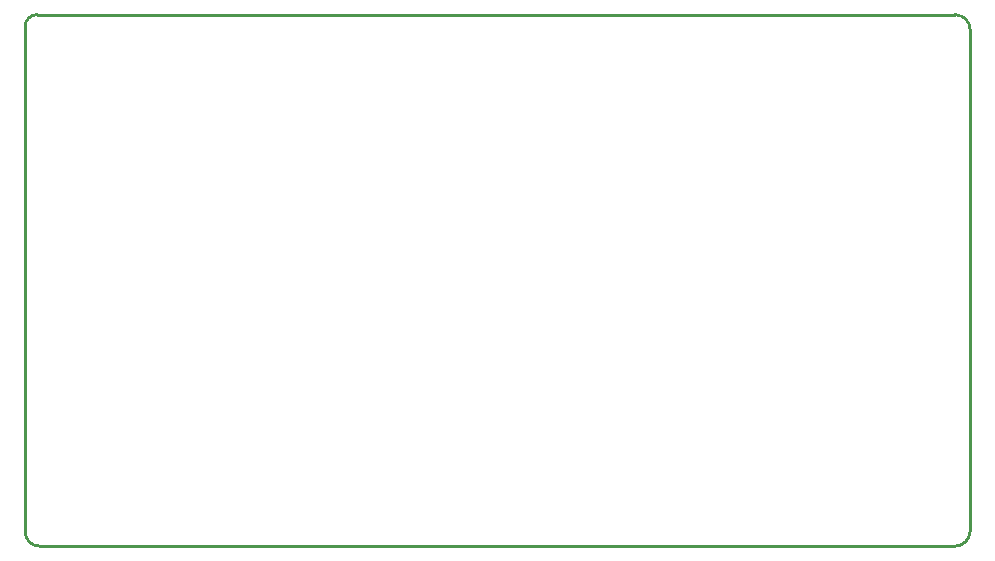
<source format=gm1>
G04*
G04 #@! TF.GenerationSoftware,Altium Limited,Altium Designer,19.0.15 (446)*
G04*
G04 Layer_Color=16711935*
%FSLAX25Y25*%
%MOIN*%
G70*
G01*
G75*
%ADD10C,0.01000*%
D10*
X300118Y-9843D02*
G03*
X305118Y-4843I0J5000D01*
G01*
X-9843Y-5118D02*
G03*
X-5118Y-9843I4724J0D01*
G01*
X-5906Y167323D02*
G03*
X-9843Y163386I0J-3937D01*
G01*
X305118Y162323D02*
G03*
X300118Y167323I-5000J0D01*
G01*
X305118Y-4843D02*
Y153937D01*
X-5118Y-9843D02*
X300118D01*
X-9843Y-5118D02*
Y163386D01*
X-5906Y167323D02*
X300118D01*
X305118Y152362D02*
Y162323D01*
M02*

</source>
